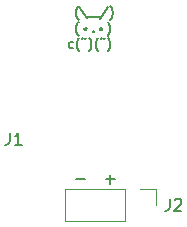
<source format=gto>
%TF.GenerationSoftware,KiCad,Pcbnew,(5.1.12-1-10_14)*%
%TF.CreationDate,2021-12-10T03:56:51-06:00*%
%TF.ProjectId,xlr_breakout_board,786c725f-6272-4656-916b-6f75745f626f,0.0.1*%
%TF.SameCoordinates,Original*%
%TF.FileFunction,Legend,Top*%
%TF.FilePolarity,Positive*%
%FSLAX46Y46*%
G04 Gerber Fmt 4.6, Leading zero omitted, Abs format (unit mm)*
G04 Created by KiCad (PCBNEW (5.1.12-1-10_14)) date 2021-12-10 03:56:51*
%MOMM*%
%LPD*%
G01*
G04 APERTURE LIST*
%ADD10C,0.190500*%
%ADD11C,0.150000*%
%ADD12C,0.120000*%
G04 APERTURE END LIST*
D10*
X-2706460Y15684500D02*
X-2742746Y15720785D01*
X-2815317Y15829642D01*
X-2851603Y15902214D01*
X-2887889Y16011071D01*
X-2924175Y16192500D01*
X-2924175Y16337642D01*
X-2887889Y16519071D01*
X-2851603Y16627928D01*
X-2815317Y16700500D01*
X-2742746Y16809357D01*
X-2706460Y16845642D01*
X-2670175Y16809357D02*
X-2017032Y15829642D01*
X-2089603Y15902214D02*
X-1509032Y15902214D01*
X-1509032Y15902214D02*
X-928460Y15902214D01*
X-202746Y16773071D02*
X-855889Y15793357D01*
X-21317Y15684500D02*
X14967Y15720785D01*
X87539Y15829642D01*
X123825Y15902214D01*
X160110Y16011071D01*
X196396Y16192500D01*
X196396Y16337642D01*
X160110Y16519071D01*
X123825Y16627928D01*
X87539Y16700500D01*
X14967Y16809357D01*
X-21317Y16845642D01*
X-2706460Y14351000D02*
X-2742746Y14387285D01*
X-2815317Y14496142D01*
X-2851603Y14568714D01*
X-2887889Y14677571D01*
X-2924175Y14859000D01*
X-2924175Y15004142D01*
X-2887889Y15185571D01*
X-2851603Y15294428D01*
X-2815317Y15367000D01*
X-2742746Y15475857D01*
X-2706460Y15512142D01*
X-2198460Y15004142D02*
X-2198460Y14859000D01*
X-2162175Y14859000D02*
X-2162175Y15004142D01*
X-2125889Y15040428D02*
X-2125889Y14822714D01*
X-2089603Y14859000D02*
X-2089603Y15004142D01*
X-2053317Y15004142D02*
X-2053317Y14859000D01*
X-2198460Y14895285D02*
X-2125889Y14822714D01*
X-2053317Y14895285D01*
X-2198460Y14967857D02*
X-2125889Y15040428D01*
X-2053317Y14967857D01*
X-2198460Y15004142D02*
X-2125889Y15040428D01*
X-2053317Y15004142D01*
X-2017032Y14931571D01*
X-2053317Y14859000D01*
X-2125889Y14822714D01*
X-2198460Y14859000D01*
X-2234746Y14931571D01*
X-2198460Y15004142D01*
X-1472746Y14713857D02*
X-1436460Y14677571D01*
X-1472746Y14641285D01*
X-1509032Y14677571D01*
X-1472746Y14713857D01*
X-1472746Y14641285D01*
X-892175Y15004142D02*
X-892175Y14859000D01*
X-855889Y14859000D02*
X-855889Y15004142D01*
X-819603Y15040428D02*
X-819603Y14822714D01*
X-783317Y14859000D02*
X-783317Y15004142D01*
X-747032Y15004142D02*
X-747032Y14859000D01*
X-892175Y14895285D02*
X-819603Y14822714D01*
X-747032Y14895285D01*
X-892175Y14967857D02*
X-819603Y15040428D01*
X-747032Y14967857D01*
X-892175Y15004142D02*
X-819603Y15040428D01*
X-747032Y15004142D01*
X-710746Y14931571D01*
X-747032Y14859000D01*
X-819603Y14822714D01*
X-892175Y14859000D01*
X-928460Y14931571D01*
X-892175Y15004142D01*
X-239032Y14351000D02*
X-202746Y14387285D01*
X-130175Y14496142D01*
X-93889Y14568714D01*
X-57603Y14677571D01*
X-21317Y14859000D01*
X-21317Y15004142D01*
X-57603Y15185571D01*
X-93889Y15294428D01*
X-130175Y15367000D01*
X-202746Y15475857D01*
X-239032Y15512142D01*
X-3178175Y13344071D02*
X-3250746Y13307785D01*
X-3395889Y13307785D01*
X-3468460Y13344071D01*
X-3504746Y13380357D01*
X-3541032Y13452928D01*
X-3541032Y13670642D01*
X-3504746Y13743214D01*
X-3468460Y13779500D01*
X-3395889Y13815785D01*
X-3250746Y13815785D01*
X-3178175Y13779500D01*
X-2633889Y13017500D02*
X-2670175Y13053785D01*
X-2742746Y13162642D01*
X-2779032Y13235214D01*
X-2815317Y13344071D01*
X-2851603Y13525500D01*
X-2851603Y13670642D01*
X-2815317Y13852071D01*
X-2779032Y13960928D01*
X-2742746Y14033500D01*
X-2670175Y14142357D01*
X-2633889Y14178642D01*
X-2125889Y14033500D02*
X-2125889Y14069785D01*
X-2089603Y14142357D01*
X-2053317Y14178642D01*
X-2416175Y14033500D02*
X-2416175Y14069785D01*
X-2379889Y14142357D01*
X-2343603Y14178642D01*
X-1835603Y13017500D02*
X-1799317Y13053785D01*
X-1726746Y13162642D01*
X-1690460Y13235214D01*
X-1654175Y13344071D01*
X-1617889Y13525500D01*
X-1617889Y13670642D01*
X-1654175Y13852071D01*
X-1690460Y13960928D01*
X-1726746Y14033500D01*
X-1799317Y14142357D01*
X-1835603Y14178642D01*
X-1037317Y13017500D02*
X-1073603Y13053785D01*
X-1146175Y13162642D01*
X-1182460Y13235214D01*
X-1218746Y13344071D01*
X-1255032Y13525500D01*
X-1255032Y13670642D01*
X-1218746Y13852071D01*
X-1182460Y13960928D01*
X-1146175Y14033500D01*
X-1073603Y14142357D01*
X-1037317Y14178642D01*
X-529317Y14033500D02*
X-529317Y14069785D01*
X-493032Y14142357D01*
X-456746Y14178642D01*
X-819603Y14033500D02*
X-819603Y14069785D01*
X-783317Y14142357D01*
X-747032Y14178642D01*
X-239032Y13017500D02*
X-202746Y13053785D01*
X-130174Y13162642D01*
X-93889Y13235214D01*
X-57603Y13344071D01*
X-21317Y13525500D01*
X-21317Y13670642D01*
X-57603Y13852071D01*
X-93889Y13960928D01*
X-130174Y14033500D01*
X-202746Y14142357D01*
X-239032Y14178642D01*
D11*
X-2920952Y2214571D02*
X-2159047Y2214571D01*
X-380952Y2214571D02*
X380952Y2214571D01*
X0Y1833619D02*
X0Y2595523D01*
D12*
%TO.C,J2*%
X3870000Y1330000D02*
X3870000Y0D01*
X2540000Y1330000D02*
X3870000Y1330000D01*
X1270000Y1330000D02*
X1270000Y-1330000D01*
X1270000Y-1330000D02*
X-3870000Y-1330000D01*
X1270000Y1330000D02*
X-3870000Y1330000D01*
X-3870000Y1330000D02*
X-3870000Y-1330000D01*
%TO.C,J1*%
D11*
X-8522690Y6135619D02*
X-8522690Y5421333D01*
X-8570309Y5278476D01*
X-8665547Y5183238D01*
X-8808404Y5135619D01*
X-8903642Y5135619D01*
X-7522690Y5135619D02*
X-8094119Y5135619D01*
X-7808404Y5135619D02*
X-7808404Y6135619D01*
X-7903642Y5992761D01*
X-7998880Y5897523D01*
X-8094119Y5849904D01*
%TO.C,J2*%
X5000666Y547619D02*
X5000666Y-166666D01*
X4953047Y-309523D01*
X4857809Y-404761D01*
X4714952Y-452380D01*
X4619714Y-452380D01*
X5429238Y452380D02*
X5476857Y500000D01*
X5572095Y547619D01*
X5810190Y547619D01*
X5905428Y500000D01*
X5953047Y452380D01*
X6000666Y357142D01*
X6000666Y261904D01*
X5953047Y119047D01*
X5381619Y-452380D01*
X6000666Y-452380D01*
%TD*%
M02*

</source>
